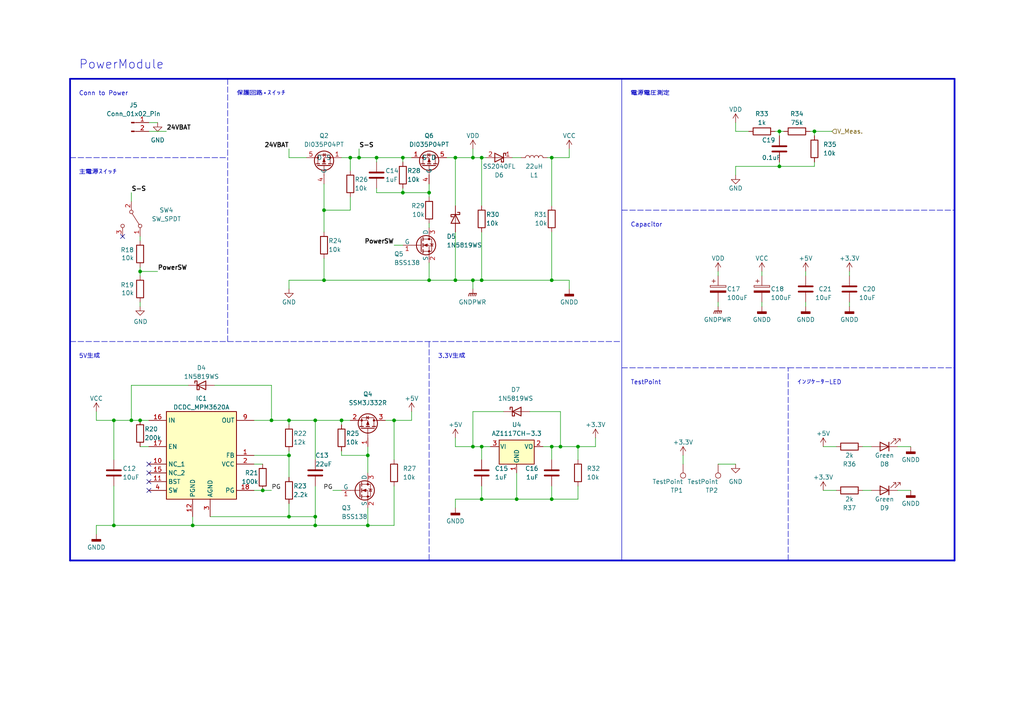
<source format=kicad_sch>
(kicad_sch (version 20230121) (generator eeschema)
  (paper "A4")
  (lib_symbols
    (symbol "AON6411_1"
      (property "Reference" "Q" (at 5.08 1.905 0))
      (property "Value" "AON6411" (at 5.08 0 0))
      (symbol "AON6411_1_0_1"
        (polyline (pts (xy 0.254 0) (xy -2.54 0)))
        (polyline (pts (xy 0.254 1.905) (xy 0.254 -1.905)) (stroke (width 0.254)))
        (polyline (pts (xy 0.762 -1.27) (xy 0.762 -2.286)) (stroke (width 0.254)))
        (polyline (pts (xy 0.762 0.508) (xy 0.762 -0.508)) (stroke (width 0.254)))
        (polyline (pts (xy 0.762 2.286) (xy 0.762 1.27)) (stroke (width 0.254)))
        (polyline (pts (xy 2.54 2.54) (xy 2.54 1.778)))
        (polyline (pts (xy 2.54 -2.54) (xy 2.54 0) (xy 0.762 0)))
        (polyline (pts (xy 0.762 1.778) (xy 3.302 1.778) (xy 3.302 -1.778) (xy 0.762 -1.778)))
        (polyline (pts (xy 2.286 0) (xy 1.27 0.381) (xy 1.27 -0.381) (xy 2.286 0)) (fill (type outline)))
        (polyline (pts (xy 2.794 -0.508) (xy 2.921 -0.381) (xy 3.683 -0.381) (xy 3.81 -0.254)))
        (polyline (pts (xy 3.302 -0.381) (xy 2.921 0.254) (xy 3.683 0.254) (xy 3.302 -0.381)))
        (circle (center 1.651 0) (radius 2.794) (stroke (width 0.254)))
        (circle (center 2.54 -1.778) (radius 0.254) (fill (type outline)))
        (circle (center 2.54 1.778) (radius 0.254) (fill (type outline)))
      )
      (symbol "AON6411_1_1_1"
        (pin passive line (at 2.54 -5.08 90) (length 2.54) (name "S") (number "1"))
        (pin passive line (at 2.54 -5.08 90) (length 2.54) hide (name "S") (number "2"))
        (pin passive line (at 2.54 -5.08 90) (length 2.54) hide (name "S") (number "3"))
        (pin input line (at -5.08 0 0) (length 2.54) (name "G") (number "4"))
        (pin passive line (at 2.54 5.08 270) (length 2.54) (name "D") (number "5"))
      )
    )
    (symbol "Connector:Conn_01x02_Pin" (pin_names (offset 1.016) hide)
      (property "Reference" "J" (at 0 2.54 0))
      (property "Value" "Conn_01x02_Pin" (at 0 -5.08 0))
      (symbol "Conn_01x02_Pin_1_1"
        (polyline (pts (xy 1.27 -2.54) (xy 0.8636 -2.54)) (stroke (width 0.1524)))
        (polyline (pts (xy 1.27 0) (xy 0.8636 0)) (stroke (width 0.1524)))
        (rectangle (start 0.8636 -2.413) (end 0 -2.667) (stroke (width 0.1524)) (fill (type outline)))
        (rectangle (start 0.8636 0.127) (end 0 -0.127) (stroke (width 0.1524)) (fill (type outline)))
        (pin passive line (at 5.08 0 180) (length 3.81) (name "Pin_1") (number "1"))
        (pin passive line (at 5.08 -2.54 180) (length 3.81) (name "Pin_2") (number "2"))
      )
    )
    (symbol "Connector:TestPoint" (pin_numbers hide) (pin_names (offset 0.762) hide)
      (property "Reference" "TP" (at 0 6.858 0))
      (property "Value" "TestPoint" (at 0 5.08 0))
      (symbol "TestPoint_0_1"
        (circle (center 0 3.302) (radius 0.762))
      )
      (symbol "TestPoint_1_1"
        (pin passive line (at 0 0 90) (length 2.54) (name "1") (number "1"))
      )
    )
    (symbol "D_Schottky_3" (pin_numbers hide) (pin_names (offset 1.016) hide)
      (property "Reference" "D" (at 0 2.54 0))
      (property "Value" "D_Schottky_3" (at 0 -2.54 0))
      (symbol "D_Schottky_3_0_1"
        (polyline (pts (xy 1.27 0) (xy -1.27 0)))
        (polyline (pts (xy 1.27 1.27) (xy 1.27 -1.27) (xy -1.27 0) (xy 1.27 1.27)) (stroke (width 0.254)))
        (polyline (pts (xy -1.905 0.635) (xy -1.905 1.27) (xy -1.27 1.27) (xy -1.27 -1.27) (xy -0.635 -1.27) (xy -0.635 -0.635)) (stroke (width 0.254)))
      )
      (symbol "D_Schottky_3_1_1"
        (pin passive line (at -3.81 0 0) (length 2.54) (name "K") (number "1"))
        (pin passive line (at 3.81 0 180) (length 2.54) (name "A") (number "2"))
      )
    )
    (symbol "Device:C" (pin_numbers hide) (pin_names (offset 0.254))
      (property "Reference" "C" (at 0.635 2.54 0))
      (property "Value" "C" (at 0.635 -2.54 0))
      (symbol "C_0_1"
        (polyline (pts (xy -2.032 -0.762) (xy 2.032 -0.762)) (stroke (width 0.508)))
        (polyline (pts (xy -2.032 0.762) (xy 2.032 0.762)) (stroke (width 0.508)))
      )
      (symbol "C_1_1"
        (pin passive line (at 0 3.81 270) (length 2.794) (name "~") (number "1"))
        (pin passive line (at 0 -3.81 90) (length 2.794) (name "~") (number "2"))
      )
    )
    (symbol "Device:C_Polarized" (pin_numbers hide) (pin_names (offset 0.254))
      (property "Reference" "C" (at 0.635 2.54 0))
      (property "Value" "C_Polarized" (at 0.635 -2.54 0))
      (symbol "C_Polarized_0_1"
        (rectangle (start -2.286 0.508) (end 2.286 1.016))
        (polyline (pts (xy -1.778 2.286) (xy -0.762 2.286)))
        (polyline (pts (xy -1.27 2.794) (xy -1.27 1.778)))
        (rectangle (start 2.286 -0.508) (end -2.286 -1.016) (fill (type outline)))
      )
      (symbol "C_Polarized_1_1"
        (pin passive line (at 0 3.81 270) (length 2.794) (name "~") (number "1"))
        (pin passive line (at 0 -3.81 90) (length 2.794) (name "~") (number "2"))
      )
    )
    (symbol "Device:D_Schottky" (pin_names (offset 1.016) hide)
      (property "Reference" "D" (at 0 2.54 0))
      (property "Value" "D_Schottky" (at 0 -2.54 0))
      (symbol "D_Schottky_0_1"
        (polyline (pts (xy 1.27 0) (xy -1.27 0)))
        (polyline (pts (xy 1.27 1.27) (xy 1.27 -1.27) (xy -1.27 0) (xy 1.27 1.27)) (stroke (width 0.254)))
        (polyline (pts (xy -1.905 0.635) (xy -1.905 1.27) (xy -1.27 1.27) (xy -1.27 -1.27) (xy -0.635 -1.27) (xy -0.635 -0.635)) (stroke (width 0.254)))
      )
      (symbol "D_Schottky_1_1"
        (pin passive line (at -3.81 0 0) (length 2.54) (name "K") (number "1"))
        (pin passive line (at 3.81 0 180) (length 2.54) (name "A") (number "2"))
      )
    )
    (symbol "Device:L" (pin_numbers hide) (pin_names (offset 1.016) hide)
      (property "Reference" "L" (at -1.27 0 90))
      (property "Value" "L" (at 1.905 0 90))
      (symbol "L_0_1"
        (arc (start 0 -2.54) (mid 0.6323 -1.905) (end 0 -1.27))
        (arc (start 0 -1.27) (mid 0.6323 -0.635) (end 0 0))
        (arc (start 0 0) (mid 0.6323 0.635) (end 0 1.27))
        (arc (start 0 1.27) (mid 0.6323 1.905) (end 0 2.54))
      )
      (symbol "L_1_1"
        (pin passive line (at 0 3.81 270) (length 1.27) (name "1") (number "1"))
        (pin passive line (at 0 -3.81 90) (length 1.27) (name "2") (number "2"))
      )
    )
    (symbol "Device:LED" (pin_numbers hide) (pin_names (offset 1.016) hide)
      (property "Reference" "D" (at 0 2.54 0))
      (property "Value" "LED" (at 0 -2.54 0))
      (symbol "LED_0_1"
        (polyline (pts (xy -1.27 -1.27) (xy -1.27 1.27)) (stroke (width 0.254)))
        (polyline (pts (xy -1.27 0) (xy 1.27 0)))
        (polyline (pts (xy 1.27 -1.27) (xy 1.27 1.27) (xy -1.27 0) (xy 1.27 -1.27)) (stroke (width 0.254)))
        (polyline (pts (xy -3.048 -0.762) (xy -4.572 -2.286) (xy -3.81 -2.286) (xy -4.572 -2.286) (xy -4.572 -1.524)))
        (polyline (pts (xy -1.778 -0.762) (xy -3.302 -2.286) (xy -2.54 -2.286) (xy -3.302 -2.286) (xy -3.302 -1.524)))
      )
      (symbol "LED_1_1"
        (pin passive line (at -3.81 0 0) (length 2.54) (name "K") (number "1"))
        (pin passive line (at 3.81 0 180) (length 2.54) (name "A") (number "2"))
      )
    )
    (symbol "Device:Q_PMOS_GSD" (pin_names (offset 0) hide)
      (property "Reference" "Q" (at 5.08 1.27 0))
      (property "Value" "Q_PMOS_GSD" (at 5.08 -1.27 0))
      (symbol "Q_PMOS_GSD_0_1"
        (polyline (pts (xy 0.254 0) (xy -2.54 0)))
        (polyline (pts (xy 0.254 1.905) (xy 0.254 -1.905)) (stroke (width 0.254)))
        (polyline (pts (xy 0.762 -1.27) (xy 0.762 -2.286)) (stroke (width 0.254)))
        (polyline (pts (xy 0.762 0.508) (xy 0.762 -0.508)) (stroke (width 0.254)))
        (polyline (pts (xy 0.762 2.286) (xy 0.762 1.27)) (stroke (width 0.254)))
        (polyline (pts (xy 2.54 2.54) (xy 2.54 1.778)))
        (polyline (pts (xy 2.54 -2.54) (xy 2.54 0) (xy 0.762 0)))
        (polyline (pts (xy 0.762 1.778) (xy 3.302 1.778) (xy 3.302 -1.778) (xy 0.762 -1.778)))
        (polyline (pts (xy 2.286 0) (xy 1.27 0.381) (xy 1.27 -0.381) (xy 2.286 0)) (fill (type outline)))
        (polyline (pts (xy 2.794 -0.508) (xy 2.921 -0.381) (xy 3.683 -0.381) (xy 3.81 -0.254)))
        (polyline (pts (xy 3.302 -0.381) (xy 2.921 0.254) (xy 3.683 0.254) (xy 3.302 -0.381)))
        (circle (center 1.651 0) (radius 2.794) (stroke (width 0.254)))
        (circle (center 2.54 -1.778) (radius 0.254) (fill (type outline)))
        (circle (center 2.54 1.778) (radius 0.254) (fill (type outline)))
      )
      (symbol "Q_PMOS_GSD_1_1"
        (pin input line (at -5.08 0 0) (length 2.54) (name "G") (number "1"))
        (pin passive line (at 2.54 -5.08 90) (length 2.54) (name "S") (number "2"))
        (pin passive line (at 2.54 5.08 270) (length 2.54) (name "D") (number "3"))
      )
    )
    (symbol "Device:R" (pin_numbers hide) (pin_names (offset 0))
      (property "Reference" "R" (at 2.032 0 90))
      (property "Value" "R" (at 0 0 90))
      (symbol "R_0_1"
        (rectangle (start -1.016 -2.54) (end 1.016 2.54) (stroke (width 0.254)))
      )
      (symbol "R_1_1"
        (pin passive line (at 0 3.81 270) (length 1.27) (name "~") (number "1"))
        (pin passive line (at 0 -3.81 90) (length 1.27) (name "~") (number "2"))
      )
    )
    (symbol "MyLibrary:DCDC_MPM3620A"
      (property "Reference" "IC" (at 6.35 5.08 0))
      (property "Value" "DCDC_MPM3620A" (at 6.35 2.54 0))
      (symbol "DCDC_MPM3620A_1_1"
        (rectangle (start 5.08 0) (end 25.4 -25.4) (stroke (width 0.254)) (fill (type background)))
        (pin passive line (at 30.48 -12.7 180) (length 5.08) (name "FB") (number "1"))
        (pin passive line (at 0 -15.24 0) (length 5.08) (name "NC_1") (number "10"))
        (pin passive line (at 0 -20.32 0) (length 5.08) (name "BST") (number "11"))
        (pin passive line (at 12.7 -30.48 90) (length 5.08) (name "PGND") (number "12"))
        (pin passive line (at 12.7 -30.48 90) (length 5.08) hide (name "PGND_2") (number "13"))
        (pin passive line (at 12.7 -30.48 90) (length 5.08) hide (name "PGND_3") (number "14"))
        (pin passive line (at 0 -17.78 0) (length 5.08) (name "NC_2") (number "15"))
        (pin passive line (at 0 -2.54 0) (length 5.08) (name "IN") (number "16"))
        (pin passive line (at 0 -10.16 0) (length 5.08) (name "EN") (number "17"))
        (pin passive line (at 30.48 -22.86 180) (length 5.08) (name "PG") (number "18"))
        (pin passive line (at 30.48 -15.24 180) (length 5.08) (name "VCC") (number "2"))
        (pin passive line (at 17.78 -30.48 90) (length 5.08) (name "AGND") (number "3"))
        (pin passive line (at 0 -22.86 0) (length 5.08) (name "SW") (number "4"))
        (pin passive line (at 30.48 -2.54 180) (length 5.08) (name "OUT") (number "9"))
      )
    )
    (symbol "Q_NMOS_GSD_1" (pin_names (offset 0))
      (property "Reference" "Q" (at 5.08 1.27 0))
      (property "Value" "Q_NMOS_GSD_1" (at 5.08 -1.27 0))
      (symbol "Q_NMOS_GSD_1_0_1"
        (polyline (pts (xy 0.254 0) (xy -2.54 0)))
        (polyline (pts (xy 0.254 1.905) (xy 0.254 -1.905)) (stroke (width 0.254)))
        (polyline (pts (xy 0.762 -1.27) (xy 0.762 -2.286)) (stroke (width 0.254)))
        (polyline (pts (xy 0.762 0.508) (xy 0.762 -0.508)) (stroke (width 0.254)))
        (polyline (pts (xy 0.762 2.286) (xy 0.762 1.27)) (stroke (width 0.254)))
        (polyline (pts (xy 2.54 2.54) (xy 2.54 1.778)))
        (polyline (pts (xy 2.54 -2.54) (xy 2.54 0) (xy 0.762 0)))
        (polyline (pts (xy 0.762 -1.778) (xy 3.302 -1.778) (xy 3.302 1.778) (xy 0.762 1.778)))
        (polyline (pts (xy 1.016 0) (xy 2.032 0.381) (xy 2.032 -0.381) (xy 1.016 0)) (fill (type outline)))
        (polyline (pts (xy 2.794 0.508) (xy 2.921 0.381) (xy 3.683 0.381) (xy 3.81 0.254)))
        (polyline (pts (xy 3.302 0.381) (xy 2.921 -0.254) (xy 3.683 -0.254) (xy 3.302 0.381)))
        (circle (center 1.651 0) (radius 2.794) (stroke (width 0.254)))
        (circle (center 2.54 -1.778) (radius 0.254) (fill (type outline)))
        (circle (center 2.54 1.778) (radius 0.254) (fill (type outline)))
      )
      (symbol "Q_NMOS_GSD_1_1_1"
        (pin input line (at -5.08 0 0) (length 2.54) (name "G") (number "1"))
        (pin passive line (at 2.54 -5.08 90) (length 2.54) (name "S") (number "2"))
        (pin passive line (at 2.54 5.08 270) (length 2.54) (name "D") (number "3"))
      )
    )
    (symbol "Regulator_Linear:AMS1117CD-3.3" (pin_names (offset 0.254))
      (property "Reference" "U" (at -3.81 3.175 0))
      (property "Value" "AMS1117CD-3.3" (at 0 3.175 0))
      (symbol "AMS1117CD-3.3_0_1"
        (rectangle (start -5.08 -5.08) (end 5.08 1.905) (stroke (width 0.254)) (fill (type background)))
      )
      (symbol "AMS1117CD-3.3_1_1"
        (pin power_in line (at 0 -7.62 90) (length 2.54) (name "GND") (number "1"))
        (pin power_out line (at 7.62 0 180) (length 2.54) (name "VO") (number "2"))
        (pin power_in line (at -7.62 0 0) (length 2.54) (name "VI") (number "3"))
      )
    )
    (symbol "Switch:SW_SPDT" (pin_names (offset 0) hide)
      (property "Reference" "SW" (at 0 4.318 0))
      (property "Value" "SW_SPDT" (at 0 -5.08 0))
      (symbol "SW_SPDT_0_0"
        (circle (center -2.032 0) (radius 0.508))
        (circle (center 2.032 -2.54) (radius 0.508))
      )
      (symbol "SW_SPDT_0_1"
        (polyline (pts (xy -1.524 0.254) (xy 1.651 2.286)))
        (circle (center 2.032 2.54) (radius 0.508))
      )
      (symbol "SW_SPDT_1_1"
        (pin passive line (at 5.08 2.54 180) (length 2.54) (name "A") (number "1"))
        (pin passive line (at -5.08 0 0) (length 2.54) (name "B") (number "2"))
        (pin passive line (at 5.08 -2.54 180) (length 2.54) (name "C") (number "3"))
      )
    )
    (symbol "Transistor_FET:AON6411"
      (property "Reference" "Q" (at 5.08 1.905 0))
      (property "Value" "AON6411" (at 5.08 0 0))
      (symbol "AON6411_0_1"
        (polyline (pts (xy 0.254 0) (xy -2.54 0)))
        (polyline (pts (xy 0.254 1.905) (xy 0.254 -1.905)) (stroke (width 0.254)))
        (polyline (pts (xy 0.762 -1.27) (xy 0.762 -2.286)) (stroke (width 0.254)))
        (polyline (pts (xy 0.762 0.508) (xy 0.762 -0.508)) (stroke (width 0.254)))
        (polyline (pts (xy 0.762 2.286) (xy 0.762 1.27)) (stroke (width 0.254)))
        (polyline (pts (xy 2.54 2.54) (xy 2.54 1.778)))
        (polyline (pts (xy 2.54 -2.54) (xy 2.54 0) (xy 0.762 0)))
        (polyline (pts (xy 0.762 1.778) (xy 3.302 1.778) (xy 3.302 -1.778) (xy 0.762 -1.778)))
        (polyline (pts (xy 2.286 0) (xy 1.27 0.381) (xy 1.27 -0.381) (xy 2.286 0)) (fill (type outline)))
        (polyline (pts (xy 2.794 -0.508) (xy 2.921 -0.381) (xy 3.683 -0.381) (xy 3.81 -0.254)))
        (polyline (pts (xy 3.302 -0.381) (xy 2.921 0.254) (xy 3.683 0.254) (xy 3.302 -0.381)))
        (circle (center 1.651 0) (radius 2.794) (stroke (width 0.254)))
        (circle (center 2.54 -1.778) (radius 0.254) (fill (type outline)))
        (circle (center 2.54 1.778) (radius 0.254) (fill (type outline)))
      )
      (symbol "AON6411_1_1"
        (pin passive line (at 2.54 -5.08 90) (length 2.54) (name "S") (number "1"))
        (pin passive line (at 2.54 -5.08 90) (length 2.54) hide (name "S") (number "2"))
        (pin passive line (at 2.54 -5.08 90) (length 2.54) hide (name "S") (number "3"))
        (pin input line (at -5.08 0 0) (length 2.54) (name "G") (number "4"))
        (pin passive line (at 2.54 5.08 270) (length 2.54) (name "D") (number "5"))
      )
    )
    (symbol "power:+3.3V" (power) (pin_names (offset 0))
      (property "Value" "+3.3V" (at 0 3.556 0))
      (symbol "+3.3V_0_1"
        (polyline (pts (xy -0.762 1.27) (xy 0 2.54)))
        (polyline (pts (xy 0 0) (xy 0 2.54)))
        (polyline (pts (xy 0 2.54) (xy 0.762 1.27)))
      )
      (symbol "+3.3V_1_1"
        (pin power_in line (at 0 0 90) (length 0) hide (name "+3.3V") (number "1"))
      )
    )
    (symbol "power:+5V" (power) (pin_names (offset 0))
      (property "Value" "+5V" (at 0 3.556 0))
      (symbol "+5V_0_1"
        (polyline (pts (xy -0.762 1.27) (xy 0 2.54)))
        (polyline (pts (xy 0 0) (xy 0 2.54)))
        (polyline (pts (xy 0 2.54) (xy 0.762 1.27)))
      )
      (symbol "+5V_1_1"
        (pin power_in line (at 0 0 90) (length 0) hide (name "+5V") (number "1"))
      )
    )
    (symbol "power:GND" (power) (pin_names (offset 0))
      (property "Value" "GND" (at 0 -3.81 0))
      (symbol "GND_0_1"
        (polyline (pts (xy 0 0) (xy 0 -1.27) (xy 1.27 -1.27) (xy 0 -2.54) (xy -1.27 -1.27) (xy 0 -1.27)))
      )
      (symbol "GND_1_1"
        (pin power_in line (at 0 0 270) (length 0) hide (name "GND") (number "1"))
      )
    )
    (symbol "power:GNDD" (power) (pin_names (offset 0))
      (property "Value" "GNDD" (at 0 -3.175 0))
      (symbol "GNDD_0_1"
        (rectangle (start -1.27 -1.524) (end 1.27 -2.032) (stroke (width 0.254)) (fill (type outline)))
        (polyline (pts (xy 0 0) (xy 0 -1.524)))
      )
      (symbol "GNDD_1_1"
        (pin power_in line (at 0 0 270) (length 0) hide (name "GNDD") (number "1"))
      )
    )
    (symbol "power:GNDPWR" (power) (pin_names (offset 0))
      (property "Value" "GNDPWR" (at 0 -3.302 0))
      (symbol "GNDPWR_0_1"
        (polyline (pts (xy 0 -1.27) (xy 0 0)))
        (polyline (pts (xy -1.016 -1.27) (xy -1.27 -2.032) (xy -1.27 -2.032)) (stroke (width 0.2032)))
        (polyline (pts (xy -0.508 -1.27) (xy -0.762 -2.032) (xy -0.762 -2.032)) (stroke (width 0.2032)))
        (polyline (pts (xy 0 -1.27) (xy -0.254 -2.032) (xy -0.254 -2.032)) (stroke (width 0.2032)))
        (polyline (pts (xy 0.508 -1.27) (xy 0.254 -2.032) (xy 0.254 -2.032)) (stroke (width 0.2032)))
        (polyline (pts (xy 1.016 -1.27) (xy -1.016 -1.27) (xy -1.016 -1.27)) (stroke (width 0.2032)))
        (polyline (pts (xy 1.016 -1.27) (xy 0.762 -2.032) (xy 0.762 -2.032) (xy 0.762 -2.032)) (stroke (width 0.2032)))
      )
      (symbol "GNDPWR_1_1"
        (pin power_in line (at 0 0 270) (length 0) hide (name "GNDPWR") (number "1"))
      )
    )
    (symbol "power:VCC" (power) (pin_names (offset 0))
      (property "Value" "VCC" (at 0 3.81 0))
      (symbol "VCC_0_1"
        (polyline (pts (xy -0.762 1.27) (xy 0 2.54)))
        (polyline (pts (xy 0 0) (xy 0 2.54)))
        (polyline (pts (xy 0 2.54) (xy 0.762 1.27)))
      )
      (symbol "VCC_1_1"
        (pin power_in line (at 0 0 90) (length 0) hide (name "VCC") (number "1"))
      )
    )
    (symbol "power:VDD" (power) (pin_names (offset 0))
      (property "Value" "VDD" (at 0 3.81 0))
      (symbol "VDD_0_1"
        (polyline (pts (xy -0.762 1.27) (xy 0 2.54)))
        (polyline (pts (xy 0 0) (xy 0 2.54)))
        (polyline (pts (xy 0 2.54) (xy 0.762 1.27)))
      )
      (symbol "VDD_1_1"
        (pin power_in line (at 0 0 90) (length 0) hide (name "VDD") (number "1"))
      )
    )
  )
  (junction (at 91.44 149.86))
  (junction (at 91.44 152.4))
  (junction (at 109.22 45.72))
  (junction (at 167.64 129.54))
  (junction (at 104.14 45.72))
  (junction (at 124.46 55.88))
  (junction (at 93.98 60.96))
  (junction (at 139.7 129.54))
  (junction (at 139.7 45.72))
  (junction (at 76.2 142.24))
  (junction (at 91.44 121.92))
  (junction (at 33.02 121.92))
  (junction (at 106.68 132.08))
  (junction (at 83.82 149.86))
  (junction (at 106.68 152.4))
  (junction (at 40.64 78.74))
  (junction (at 149.86 144.78))
  (junction (at 162.56 129.54))
  (junction (at 33.02 152.4))
  (junction (at 160.02 45.72))
  (junction (at 137.16 129.54))
  (junction (at 160.02 144.78))
  (junction (at 132.08 81.28))
  (junction (at 226.06 38.1))
  (junction (at 83.82 132.08))
  (junction (at 236.22 38.1))
  (junction (at 101.6 45.72))
  (junction (at 124.46 81.28))
  (junction (at 226.06 48.26))
  (junction (at 116.84 45.72))
  (junction (at 114.3 121.92))
  (junction (at 116.84 55.88))
  (junction (at 132.08 45.72))
  (junction (at 55.88 152.4))
  (junction (at 40.64 121.92))
  (junction (at 160.02 81.28))
  (junction (at 139.7 144.78))
  (junction (at 137.16 81.28))
  (junction (at 93.98 81.28))
  (junction (at 160.02 129.54))
  (junction (at 99.06 121.92))
  (junction (at 38.1 121.92))
  (junction (at 139.7 81.28))
  (junction (at 83.82 121.92))
  (junction (at 137.16 45.72))
  (junction (at 78.74 121.92))
  (no_connect (at 43.18 142.24))
  (no_connect (at 43.18 139.7))
  (no_connect (at 43.18 134.62))
  (no_connect (at 43.18 137.16))
  (no_connect (at 35.56 68.58))
  (wire (pts (xy 27.94 152.4) (xy 27.94 154.94)))
  (wire (pts (xy 250.19 129.54) (xy 252.73 129.54)))
  (wire (pts (xy 162.56 129.54) (xy 167.64 129.54)))
  (wire (pts (xy 93.98 53.34) (xy 93.98 60.96)))
  (wire (pts (xy 83.82 43.18) (xy 83.82 45.72)))
  (wire (pts (xy 38.1 111.76) (xy 38.1 121.92)))
  (wire (pts (xy 137.16 119.38) (xy 146.05 119.38)))
  (wire (pts (xy 99.06 132.08) (xy 106.68 132.08)))
  (wire (pts (xy 83.82 121.92) (xy 91.44 121.92)))
  (wire (pts (xy 236.22 46.99) (xy 236.22 48.26)))
  (wire (pts (xy 208.28 134.62) (xy 213.36 134.62)))
  (wire (pts (xy 114.3 140.97) (xy 114.3 152.4)))
  (wire (pts (xy 250.19 142.24) (xy 252.73 142.24)))
  (wire (pts (xy 137.16 129.54) (xy 139.7 129.54)))
  (wire (pts (xy 153.67 119.38) (xy 162.56 119.38)))
  (wire (pts (xy 139.7 129.54) (xy 142.24 129.54)))
  (wire (pts (xy 233.68 78.74) (xy 233.68 80.01)))
  (wire (pts (xy 60.96 149.86) (xy 83.82 149.86)))
  (polyline (pts (xy 20.32 162.56) (xy 20.32 22.86)) (stroke (width 0.5) (type solid)))
  (wire (pts (xy 139.7 45.72) (xy 139.7 59.69)))
  (wire (pts (xy 83.82 130.81) (xy 83.82 132.08)))
  (wire (pts (xy 91.44 121.92) (xy 91.44 133.35)))
  (wire (pts (xy 226.06 38.1) (xy 227.33 38.1)))
  (wire (pts (xy 124.46 76.2) (xy 124.46 81.28)))
  (wire (pts (xy 101.6 57.15) (xy 101.6 60.96)))
  (wire (pts (xy 109.22 55.88) (xy 116.84 55.88)))
  (wire (pts (xy 99.06 121.92) (xy 101.6 121.92)))
  (wire (pts (xy 109.22 54.61) (xy 109.22 55.88)))
  (wire (pts (xy 38.1 111.76) (xy 54.61 111.76)))
  (polyline (pts (xy 66.04 99.06) (xy 66.04 45.72)) (stroke (width 0) (type dash)))
  (wire (pts (xy 226.06 39.37) (xy 226.06 38.1)))
  (wire (pts (xy 33.02 133.35) (xy 33.02 121.92)))
  (wire (pts (xy 114.3 71.12) (xy 116.84 71.12)))
  (wire (pts (xy 27.94 121.92) (xy 33.02 121.92)))
  (wire (pts (xy 101.6 60.96) (xy 93.98 60.96)))
  (wire (pts (xy 83.82 45.72) (xy 88.9 45.72)))
  (wire (pts (xy 167.64 129.54) (xy 167.64 133.35)))
  (wire (pts (xy 124.46 55.88) (xy 124.46 57.15)))
  (wire (pts (xy 78.74 121.92) (xy 83.82 121.92)))
  (wire (pts (xy 158.75 45.72) (xy 160.02 45.72)))
  (wire (pts (xy 33.02 152.4) (xy 55.88 152.4)))
  (wire (pts (xy 33.02 140.97) (xy 33.02 152.4)))
  (wire (pts (xy 160.02 67.31) (xy 160.02 81.28)))
  (wire (pts (xy 132.08 45.72) (xy 137.16 45.72)))
  (wire (pts (xy 160.02 144.78) (xy 167.64 144.78)))
  (polyline (pts (xy 180.34 106.68) (xy 228.6 106.68)) (stroke (width 0) (type dash)))
  (wire (pts (xy 129.54 45.72) (xy 132.08 45.72)))
  (wire (pts (xy 124.46 53.34) (xy 124.46 55.88)))
  (wire (pts (xy 40.64 87.63) (xy 40.64 88.9)))
  (wire (pts (xy 99.06 130.81) (xy 99.06 132.08)))
  (wire (pts (xy 83.82 121.92) (xy 83.82 123.19)))
  (wire (pts (xy 213.36 38.1) (xy 217.17 38.1)))
  (wire (pts (xy 139.7 67.31) (xy 139.7 81.28)))
  (wire (pts (xy 78.74 111.76) (xy 78.74 121.92)))
  (polyline (pts (xy 180.34 60.96) (xy 276.86 60.96)) (stroke (width 0) (type dash)))
  (polyline (pts (xy 228.6 162.56) (xy 228.6 106.68)) (stroke (width 0) (type dash)))
  (wire (pts (xy 157.48 129.54) (xy 160.02 129.54)))
  (wire (pts (xy 40.64 121.92) (xy 43.18 121.92)))
  (wire (pts (xy 132.08 81.28) (xy 137.16 81.28)))
  (wire (pts (xy 139.7 45.72) (xy 137.16 45.72)))
  (wire (pts (xy 149.86 144.78) (xy 160.02 144.78)))
  (polyline (pts (xy 124.46 99.06) (xy 124.46 162.56)) (stroke (width 0) (type dash)))
  (wire (pts (xy 73.66 134.62) (xy 76.2 134.62)))
  (wire (pts (xy 160.02 129.54) (xy 162.56 129.54)))
  (wire (pts (xy 76.2 142.24) (xy 78.74 142.24)))
  (wire (pts (xy 149.86 137.16) (xy 149.86 144.78)))
  (polyline (pts (xy 20.32 22.86) (xy 276.86 22.86)) (stroke (width 0.5) (type solid)))
  (wire (pts (xy 45.72 78.74) (xy 40.64 78.74)))
  (wire (pts (xy 132.08 67.31) (xy 132.08 81.28)))
  (wire (pts (xy 93.98 74.93) (xy 93.98 81.28)))
  (wire (pts (xy 238.76 142.24) (xy 242.57 142.24)))
  (wire (pts (xy 160.02 140.97) (xy 160.02 144.78)))
  (wire (pts (xy 114.3 121.92) (xy 114.3 133.35)))
  (wire (pts (xy 162.56 119.38) (xy 162.56 129.54)))
  (polyline (pts (xy 276.86 22.86) (xy 276.86 162.56)) (stroke (width 0.5) (type solid)))
  (wire (pts (xy 38.1 121.92) (xy 40.64 121.92)))
  (wire (pts (xy 83.82 132.08) (xy 83.82 138.43)))
  (wire (pts (xy 132.08 45.72) (xy 132.08 59.69)))
  (wire (pts (xy 132.08 144.78) (xy 139.7 144.78)))
  (wire (pts (xy 96.52 142.24) (xy 99.06 142.24)))
  (wire (pts (xy 101.6 45.72) (xy 101.6 49.53)))
  (wire (pts (xy 139.7 45.72) (xy 140.97 45.72)))
  (wire (pts (xy 213.36 48.26) (xy 226.06 48.26)))
  (wire (pts (xy 260.35 142.24) (xy 264.16 142.24)))
  (wire (pts (xy 246.38 87.63) (xy 246.38 88.9)))
  (wire (pts (xy 91.44 149.86) (xy 91.44 140.97)))
  (wire (pts (xy 116.84 45.72) (xy 119.38 45.72)))
  (wire (pts (xy 40.64 68.58) (xy 40.64 69.85)))
  (polyline (pts (xy 66.04 22.86) (xy 66.04 45.72)) (stroke (width 0) (type dash)))
  (wire (pts (xy 55.88 152.4) (xy 91.44 152.4)))
  (wire (pts (xy 109.22 45.72) (xy 116.84 45.72)))
  (wire (pts (xy 139.7 140.97) (xy 139.7 144.78)))
  (wire (pts (xy 106.68 132.08) (xy 106.68 137.16)))
  (wire (pts (xy 99.06 121.92) (xy 99.06 123.19)))
  (wire (pts (xy 160.02 45.72) (xy 165.1 45.72)))
  (wire (pts (xy 220.98 78.74) (xy 220.98 80.01)))
  (wire (pts (xy 226.06 38.1) (xy 224.79 38.1)))
  (wire (pts (xy 106.68 129.54) (xy 106.68 132.08)))
  (wire (pts (xy 226.06 46.99) (xy 226.06 48.26)))
  (wire (pts (xy 40.64 129.54) (xy 43.18 129.54)))
  (wire (pts (xy 104.14 43.18) (xy 104.14 45.72)))
  (wire (pts (xy 55.88 149.86) (xy 55.88 152.4)))
  (wire (pts (xy 91.44 149.86) (xy 91.44 152.4)))
  (wire (pts (xy 104.14 45.72) (xy 109.22 45.72)))
  (wire (pts (xy 114.3 121.92) (xy 119.38 121.92)))
  (wire (pts (xy 236.22 38.1) (xy 241.3 38.1)))
  (wire (pts (xy 93.98 81.28) (xy 83.82 81.28)))
  (wire (pts (xy 116.84 55.88) (xy 124.46 55.88)))
  (wire (pts (xy 124.46 64.77) (xy 124.46 66.04)))
  (wire (pts (xy 226.06 48.26) (xy 236.22 48.26)))
  (wire (pts (xy 116.84 54.61) (xy 116.84 55.88)))
  (wire (pts (xy 93.98 60.96) (xy 93.98 67.31)))
  (wire (pts (xy 139.7 144.78) (xy 149.86 144.78)))
  (wire (pts (xy 165.1 81.28) (xy 165.1 83.82)))
  (wire (pts (xy 172.72 127) (xy 172.72 129.54)))
  (wire (pts (xy 148.59 45.72) (xy 151.13 45.72)))
  (wire (pts (xy 137.16 83.82) (xy 137.16 81.28)))
  (wire (pts (xy 83.82 146.05) (xy 83.82 149.86)))
  (wire (pts (xy 137.16 81.28) (xy 139.7 81.28)))
  (wire (pts (xy 124.46 81.28) (xy 132.08 81.28)))
  (wire (pts (xy 208.28 78.74) (xy 208.28 80.01)))
  (wire (pts (xy 83.82 81.28) (xy 83.82 83.82)))
  (wire (pts (xy 62.23 111.76) (xy 78.74 111.76)))
  (wire (pts (xy 106.68 147.32) (xy 106.68 152.4)))
  (wire (pts (xy 139.7 81.28) (xy 160.02 81.28)))
  (wire (pts (xy 132.08 144.78) (xy 132.08 147.32)))
  (wire (pts (xy 160.02 129.54) (xy 160.02 133.35)))
  (polyline (pts (xy 20.32 99.06) (xy 180.34 99.06)) (stroke (width 0) (type dash)))
  (wire (pts (xy 213.36 35.56) (xy 213.36 38.1)))
  (wire (pts (xy 27.94 152.4) (xy 33.02 152.4)))
  (wire (pts (xy 260.35 129.54) (xy 264.16 129.54)))
  (wire (pts (xy 234.95 38.1) (xy 236.22 38.1)))
  (wire (pts (xy 137.16 119.38) (xy 137.16 129.54)))
  (wire (pts (xy 139.7 129.54) (xy 139.7 133.35)))
  (wire (pts (xy 93.98 81.28) (xy 124.46 81.28)))
  (wire (pts (xy 198.12 132.08) (xy 198.12 134.62)))
  (wire (pts (xy 73.66 132.08) (xy 83.82 132.08)))
  (wire (pts (xy 114.3 152.4) (xy 106.68 152.4)))
  (wire (pts (xy 167.64 129.54) (xy 172.72 129.54)))
  (wire (pts (xy 238.76 129.54) (xy 242.57 129.54)))
  (wire (pts (xy 91.44 152.4) (xy 106.68 152.4)))
  (wire (pts (xy 246.38 78.74) (xy 246.38 80.01)))
  (wire (pts (xy 73.66 142.24) (xy 76.2 142.24)))
  (wire (pts (xy 137.16 43.18) (xy 137.16 45.72)))
  (wire (pts (xy 83.82 149.86) (xy 91.44 149.86)))
  (wire (pts (xy 220.98 87.63) (xy 220.98 88.9)))
  (wire (pts (xy 213.36 50.8) (xy 213.36 48.26)))
  (wire (pts (xy 73.66 121.92) (xy 78.74 121.92)))
  (wire (pts (xy 132.08 127) (xy 132.08 129.54)))
  (polyline (pts (xy 276.86 162.56) (xy 20.32 162.56)) (stroke (width 0.5) (type solid)))
  (wire (pts (xy 99.06 45.72) (xy 101.6 45.72)))
  (polyline (pts (xy 180.34 22.86) (xy 180.34 162.56)) (stroke (width 0) (type solid)))
  (wire (pts (xy 40.64 78.74) (xy 40.64 80.01)))
  (wire (pts (xy 116.84 45.72) (xy 116.84 46.99)))
  (wire (pts (xy 167.64 140.97) (xy 167.64 144.78)))
  (wire (pts (xy 208.28 87.63) (xy 208.28 88.9)))
  (wire (pts (xy 236.22 38.1) (xy 236.22 39.37)))
  (wire (pts (xy 233.68 87.63) (xy 233.68 88.9)))
  (wire (pts (xy 160.02 45.72) (xy 160.02 59.69)))
  (wire (pts (xy 40.64 77.47) (xy 40.64 78.74)))
  (wire (pts (xy 27.94 121.92) (xy 27.94 119.38)))
  (polyline (pts (xy 228.6 106.68) (xy 276.86 106.68)) (stroke (width 0) (type dash)))
  (wire (pts (xy 109.22 45.72) (xy 109.22 46.99)))
  (wire (pts (xy 43.18 35.56) (xy 45.72 35.56)))
  (wire (pts (xy 33.02 121.92) (xy 38.1 121.92)))
  (wire (pts (xy 165.1 81.28) (xy 160.02 81.28)))
  (wire (pts (xy 111.76 121.92) (xy 114.3 121.92)))
  (wire (pts (xy 101.6 45.72) (xy 104.14 45.72)))
  (wire (pts (xy 165.1 43.18) (xy 165.1 45.72)))
  (wire (pts (xy 119.38 119.38) (xy 119.38 121.92)))
  (polyline (pts (xy 20.32 45.72) (xy 66.04 45.72)) (stroke (width 0) (type dash)))
  (wire (pts (xy 43.18 38.1) (xy 48.26 38.1)))
  (wire (pts (xy 91.44 121.92) (xy 99.06 121.92)))
  (wire (pts (xy 38.1 55.88) (xy 38.1 58.42)))
  (wire (pts (xy 132.08 129.54) (xy 137.16 129.54)))
  (text "3.3V生成" (at 127 104.14 0) (effects (font (size 1.27 1.27)) (justify left bottom)))
  (text "主電源スイッチ" (at 22.86 50.8 0) (effects (font (size 1.27 1.27)) (justify left bottom)))
  (text "電源電圧測定" (at 182.88 27.94 0) (effects (font (size 1.27 1.27)) (justify left bottom)))
  (text "インジケーターLED" (at 231.14 111.76 0) (effects (font (size 1.27 1.27)) (justify left bottom)))
  (text "保護回路・スイッチ" (at 68.58 27.94 0) (effects (font (size 1.27 1.27)) (justify left bottom)))
  (text "Conn to Power" (at 22.86 27.94 0) (effects (font (size 1.27 1.27)) (justify left bottom)))
  (text "PowerModule" (at 22.86 20.32 0) (effects (font (size 2.54 2.54)) (justify left bottom)))
  (text "5V生成" (at 22.86 104.14 0) (effects (font (size 1.27 1.27)) (justify left bottom)))
  (text "Capacitor" (at 182.88 66.04 0) (effects (font (size 1.27 1.27)) (justify left bottom)))
  (text "TestPoint" (at 182.88 111.76 0) (effects (font (size 1.27 1.27)) (justify left bottom)))
  (label "S-S" (at 104.14 43.18 0) (effects (font (thickness 0.254) bold)))
  (label "24VBAT" (at 48.26 38.1 0) (effects (font (thickness 0.254) bold)))
  (label "S-S" (at 38.1 55.88 0) (effects (font (thickness 0.254) bold)))
  (label "PG" (at 96.52 142.24 180))
  (label "24VBAT" (at 83.82 43.18 180) (effects (font (thickness 0.254) bold)))
  (label "PowerSW" (at 114.3 71.12 180) (effects (font (thickness 0.254) bold)))
  (label "PG" (at 78.74 142.24 0))
  (label "PowerSW" (at 45.72 78.74 0) (effects (font (thickness 0.254) bold)))
  (hierarchical_label "V_Meas." (shape input) (at 241.3 38.1 0))
  (symbol (lib_id "Device:R") (at 114.3 137.16 180) (unit 1)
    (property "Reference" "R27" (at 116.84 135.8899 0) (effects (justify right)))
    (property "Value" "10k" (at 116.84 138.4299 0) (effects (justify right)))
    (property "Footprint" "Resistor_SMD:R_0402_1005Metric" (effects hide))
  )
  (symbol (lib_id "Device:C") (at 91.44 137.16 0) (unit 1)
    (property "Reference" "C13" (at 91.44 132.08 0) (effects (justify left)))
    (property "Value" "22uF" (at 91.44 134.62 0) (effects (justify left)))
    (property "Footprint" "Capacitor_SMD:C_0805_2012Metric" (effects hide))
  )
  (symbol (lib_id "power:GNDD") (at 264.16 142.24 0) (unit 1)
    (property "Reference" "#PWR056" (effects hide))
    (property "Value" "GNDD" (at 264.16 146.05 0))
  )
  (symbol (lib_id "MyLibrary:DCDC_MPM3620A") (at 43.18 119.38 0) (unit 1)
    (property "Reference" "IC1" (at 58.42 115.57 0))
    (property "Value" "DCDC_MPM3620A" (at 58.42 118.11 0))
    (property "Footprint" "MyLibrary:DCDC_MPM3620A" (effects hide))
    (property "Datasheet" "http://www.monolithicpower.com/DesktopModules/DocumentManage/API/Document/getDocument?id=3961" (effects hide))
    (property "Height" "1.6" (effects hide))
    (property "Mouser Part Number" "946-MPM3620AGQV-Z" (effects hide))
    (property "Mouser Price/Stock" "https://www.mouser.co.uk/ProductDetail/Monolithic-Power-Systems-MPS/MPM3620AGQV-Z?qs=ZNK0BnemlqGJsP1og9mZvg%3D%3D" (effects hide))
    (property "Manufacturer_Name" "Monolithic Power Systems (MPS)" (effects hide))
    (property "Manufacturer_Part_Number" "MPM3620AGQV-Z" (effects hide))
  )
  (symbol (lib_id "Connector:Conn_01x02_Pin") (at 38.1 35.56 0) (unit 1)
    (property "Reference" "J5" (at 38.735 30.48 0))
    (property "Value" "Conn_01x02_Pin" (at 38.735 33.02 0))
    (property "Footprint" "Connector_Molex:Molex_SPOX_5268-02A_1x02_P2.50mm_Horizontal" (effects hide))
  )
  (symbol (lib_id "power:GND") (at 213.36 134.62 0) (unit 1)
    (property "Reference" "#PWR046" (effects hide))
    (property "Value" "GND" (at 213.36 139.7 0))
  )
  (symbol (lib_id "power:VDD") (at 137.16 43.18 0) (unit 1)
    (property "Reference" "#PWR036" (effects hide))
    (property "Value" "VDD" (at 137.16 39.37 0))
  )
  (symbol (lib_id "Device:R") (at 139.7 63.5 0) (unit 1)
    (property "Reference" "R30" (at 140.97 62.23 0) (effects (justify left)))
    (property "Value" "10k" (at 140.97 64.77 0) (effects (justify left)))
    (property "Footprint" "Resistor_SMD:R_0402_1005Metric" (effects hide))
  )
  (symbol (lib_id "power:GNDD") (at 165.1 83.82 0) (unit 1)
    (property "Reference" "#PWR039" (effects hide))
    (property "Value" "GNDD" (at 165.1 87.63 0))
  )
  (symbol (lib_name "D_Schottky_3") (lib_id "Device:D_Schottky") (at 149.86 119.38 0) (unit 1)
    (property "Reference" "D7" (at 149.5425 113.03 0))
    (property "Value" "1N5819WS" (at 149.5425 115.57 0))
    (property "Footprint" "Diode_SMD:D_SOD-323_HandSoldering" (effects hide))
  )
  (symbol (lib_id "power:GNDD") (at 233.68 88.9 0) (unit 1)
    (property "Reference" "#PWR050" (effects hide))
    (property "Value" "GNDD" (at 233.68 92.71 0))
  )
  (symbol (lib_id "power:GND") (at 83.82 83.82 0) (unit 1)
    (property "Reference" "#PWR032" (effects hide))
    (property "Value" "GND" (at 83.82 87.63 0))
  )
  (symbol (lib_id "power:+5V") (at 238.76 129.54 0) (unit 1)
    (property "Reference" "#PWR051" (effects hide))
    (property "Value" "+5V" (at 238.76 125.73 0))
  )
  (symbol (lib_id "Device:Q_PMOS_GSD") (at 106.68 124.46 270) (mirror x) (unit 1)
    (property "Reference" "Q4" (at 106.68 114.3 90))
    (property "Value" "SSM3J332R" (at 106.68 116.84 90))
    (property "Footprint" "Package_TO_SOT_SMD:SOT-23W" (effects hide))
  )
  (symbol (lib_id "Device:R") (at 220.98 38.1 90) (unit 1)
    (property "Reference" "R33" (at 220.98 33.02 90))
    (property "Value" "1k" (at 220.98 35.56 90))
    (property "Footprint" "Resistor_SMD:R_0603_1608Metric" (effects hide))
  )
  (symbol (lib_id "power:+3.3V") (at 172.72 127 0) (unit 1)
    (property "Reference" "#PWR040" (effects hide))
    (property "Value" "+3.3V" (at 172.72 123.19 0))
  )
  (symbol (lib_id "Device:C") (at 109.22 50.8 0) (unit 1)
    (property "Reference" "C14" (at 111.76 49.53 0) (effects (justify left)))
    (property "Value" "1uF" (at 111.76 52.07 0) (effects (justify left)))
    (property "Footprint" "Capacitor_SMD:C_0402_1005Metric" (effects hide))
  )
  (symbol (lib_id "Device:R") (at 116.84 50.8 0) (unit 1)
    (property "Reference" "R28" (at 118.11 49.53 0) (effects (justify left)))
    (property "Value" "10k" (at 118.11 52.07 0) (effects (justify left)))
    (property "Footprint" "Resistor_SMD:R_0402_1005Metric" (effects hide))
  )
  (symbol (lib_id "power:VCC") (at 27.94 119.38 0) (unit 1)
    (property "Reference" "#PWR028" (effects hide))
    (property "Value" "VCC" (at 27.94 115.57 0))
  )
  (symbol (lib_id "power:GNDD") (at 264.16 129.54 0) (unit 1)
    (property "Reference" "#PWR055" (effects hide))
    (property "Value" "GNDD" (at 264.16 133.35 0))
  )
  (symbol (lib_id "Device:C_Polarized") (at 220.98 83.82 0) (unit 1)
    (property "Reference" "C18" (at 223.52 83.82 0) (effects (justify left)))
    (property "Value" "100uF" (at 223.52 86.36 0) (effects (justify left)))
  )
  (symbol (lib_name "Q_NMOS_GSD_1") (lib_id "Device:Q_NMOS_GSD") (at 121.92 71.12 0) (unit 1)
    (property "Reference" "Q5" (at 114.3 73.66 0) (effects (justify left)))
    (property "Value" "BSS138" (at 114.3 76.2 0) (effects (justify left)))
    (property "Footprint" "Package_TO_SOT_SMD:SOT-23" (effects hide))
  )
  (symbol (lib_id "power:GNDD") (at 220.98 88.9 0) (unit 1)
    (property "Reference" "#PWR048" (effects hide))
    (property "Value" "GNDD" (at 220.98 92.71 0))
  )
  (symbol (lib_id "power:VCC") (at 165.1 43.18 0) (unit 1)
    (property "Reference" "#PWR038" (effects hide))
    (property "Value" "VCC" (at 165.1 39.37 0))
  )
  (symbol (lib_id "Device:C") (at 246.38 83.82 0) (mirror y) (unit 1)
    (property "Reference" "C20" (at 254 83.82 0) (effects (justify left)))
    (property "Value" "10uF" (at 254 86.36 0) (effects (justify left)))
    (property "Footprint" "Capacitor_SMD:C_0805_2012Metric" (effects hide))
  )
  (symbol (lib_name "D_Schottky_3") (lib_id "Device:D_Schottky") (at 132.08 63.5 270) (unit 1)
    (property "Reference" "D5" (at 129.54 68.58 90) (effects (justify left)))
    (property "Value" "1N5819WS" (at 129.54 71.12 90) (effects (justify left)))
    (property "Footprint" "Diode_SMD:D_SOD-323_HandSoldering" (effects hide))
  )
  (symbol (lib_id "Device:R") (at 93.98 71.12 0) (unit 1)
    (property "Reference" "R24" (at 95.25 69.85 0) (effects (justify left)))
    (property "Value" "10k" (at 95.25 72.39 0) (effects (justify left)))
    (property "Footprint" "Resistor_SMD:R_0402_1005Metric" (effects hide))
  )
  (symbol (lib_id "power:GNDD") (at 246.38 88.9 0) (unit 1)
    (property "Reference" "#PWR054" (effects hide))
    (property "Value" "GNDD" (at 246.38 92.71 0))
  )
  (symbol (lib_id "power:GND") (at 40.64 88.9 0) (unit 1)
    (property "Reference" "#PWR030" (effects hide))
    (property "Value" "GND" (at 40.767 93.2942 0))
  )
  (symbol (lib_id "power:GNDPWR") (at 137.16 83.82 0) (unit 1)
    (property "Reference" "#PWR037" (effects hide))
    (property "Value" "GNDPWR" (at 137.033 87.63 0))
  )
  (symbol (lib_id "Transistor_FET:AON6411") (at 93.98 48.26 90) (unit 1)
    (property "Reference" "Q2" (at 93.98 39.37 90))
    (property "Value" "DI035P04PT" (at 93.98 41.91 90))
    (property "Footprint" "MyLibrary:Package_TSON-Advance" (effects hide))
    (property "Datasheet" "http://www.aosmd.com/res/data_sheets/AON6411.pdf" (effects hide))
  )
  (symbol (lib_id "Device:R") (at 83.82 127 180) (unit 1)
    (property "Reference" "R22" (at 85.09 125.73 0) (effects (justify right)))
    (property "Value" "12k" (at 85.09 128.27 0) (effects (justify right)))
    (property "Footprint" "Resistor_SMD:R_0402_1005Metric" (effects hide))
  )
  (symbol (lib_id "Device:R") (at 99.06 127 0) (unit 1)
    (property "Reference" "R25" (at 100.33 125.73 0) (effects (justify left)))
    (property "Value" "10k" (at 100.33 128.27 0) (effects (justify left)))
    (property "Footprint" "Resistor_SMD:R_0402_1005Metric" (effects hide))
  )
  (symbol (lib_id "power:GNDD") (at 27.94 154.94 0) (unit 1)
    (property "Reference" "#PWR029" (effects hide))
    (property "Value" "GNDD" (at 27.94 158.75 0))
  )
  (symbol (lib_id "Device:C") (at 139.7 137.16 0) (unit 1)
    (property "Reference" "C15" (at 143.51 135.8899 0) (effects (justify left)))
    (property "Value" "1uF" (at 143.51 138.4299 0) (effects (justify left)))
    (property "Footprint" "Capacitor_SMD:C_0402_1005Metric" (effects hide))
  )
  (symbol (lib_id "power:GND") (at 45.72 35.56 0) (unit 1)
    (property "Reference" "#PWR031" (effects hide))
    (property "Value" "GND" (at 45.72 40.64 0))
  )
  (symbol (lib_id "Device:C") (at 226.06 43.18 0) (unit 1)
    (property "Reference" "C19" (at 220.98 40.64 0) (effects (justify left)))
    (property "Value" "0.1uF" (at 220.98 45.72 0) (effects (justify left)))
    (property "Footprint" "Capacitor_SMD:C_0603_1608Metric" (effects hide))
  )
  (symbol (lib_id "power:GNDD") (at 132.08 147.32 0) (unit 1)
    (property "Reference" "#PWR035" (effects hide))
    (property "Value" "GNDD" (at 132.08 151.13 0))
  )
  (symbol (lib_id "Connector:TestPoint") (at 198.12 134.62 180) (unit 1)
    (property "Reference" "TP1" (at 198.12 142.24 0) (effects (justify left)))
    (property "Value" "TestPoint" (at 198.12 139.7 0) (effects (justify left)))
    (property "Footprint" "TestPoint:TestPoint_THTPad_D2.0mm_Drill1.0mm" (effects hide))
  )
  (symbol (lib_name "AON6411_1") (lib_id "Transistor_FET:AON6411") (at 124.46 48.26 270) (mirror x) (unit 1)
    (property "Reference" "Q6" (at 124.46 39.37 90))
    (property "Value" "DI035P04PT" (at 124.46 41.91 90))
    (property "Footprint" "MyLibrary:Package_TSON-Advance" (effects hide))
    (property "Datasheet" "http://www.aosmd.com/res/data_sheets/AON6411.pdf" (effects hide))
  )
  (symbol (lib_id "power:+3.3V") (at 238.76 142.24 0) (unit 1)
    (property "Reference" "#PWR052" (effects hide))
    (property "Value" "+3.3V" (at 238.76 138.43 0))
  )
  (symbol (lib_id "Device:R") (at 83.82 142.24 180) (unit 1)
    (property "Reference" "R23" (at 85.09 140.97 0) (effects (justify right)))
    (property "Value" "2.2k" (at 85.09 143.51 0) (effects (justify right)))
    (property "Footprint" "Resistor_SMD:R_0402_1005Metric" (effects hide))
  )
  (symbol (lib_id "power:+3.3V") (at 246.38 78.74 0) (unit 1)
    (property "Reference" "#PWR053" (effects hide))
    (property "Value" "+3.3V" (at 246.38 74.93 0))
  )
  (symbol (lib_id "Connector:TestPoint") (at 208.28 134.62 180) (unit 1)
    (property "Reference" "TP2" (at 208.28 142.24 0) (effects (justify left)))
    (property "Value" "TestPoint" (at 208.28 139.7 0) (effects (justify left)))
    (property "Footprint" "TestPoint:TestPoint_THTPad_D2.0mm_Drill1.0mm" (effects hide))
  )
  (symbol (lib_id "Device:LED") (at 256.54 129.54 180) (unit 1)
    (property "Reference" "D8" (at 256.54 134.62 0))
    (property "Value" "Green" (at 256.54 132.08 0))
    (property "Footprint" "LED_SMD:LED_0603_1608Metric_Pad1.05x0.95mm_HandSolder" (effects hide))
  )
  (symbol (lib_id "Device:LED") (at 256.54 142.24 180) (unit 1)
    (property "Reference" "D9" (at 256.54 147.32 0))
    (property "Value" "Green" (at 256.54 144.78 0))
    (property "Footprint" "LED_SMD:LED_0603_1608Metric_Pad1.05x0.95mm_HandSolder" (effects hide))
  )
  (symbol (lib_id "Device:R") (at 40.64 83.82 0) (mirror y) (unit 1)
    (property "Reference" "R19" (at 38.862 82.6516 0) (effects (justify left)))
    (property "Value" "10k" (at 38.862 84.963 0) (effects (justify left)))
    (property "Footprint" "Resistor_SMD:R_0402_1005Metric" (effects hide))
  )
  (symbol (lib_id "power:+5V") (at 132.08 127 0) (unit 1)
    (property "Reference" "#PWR034" (effects hide))
    (property "Value" "+5V" (at 132.08 123.19 0))
  )
  (symbol (lib_id "Device:C") (at 33.02 137.16 0) (unit 1)
    (property "Reference" "C12" (at 35.56 135.89 0) (effects (justify left)))
    (property "Value" "10uF" (at 35.56 138.43 0) (effects (justify left)))
    (property "Footprint" "Capacitor_SMD:C_1206_3216Metric" (effects hide))
  )
  (symbol (lib_id "Device:C") (at 160.02 137.16 0) (mirror y) (unit 1)
    (property "Reference" "C16" (at 156.21 135.8899 0) (effects (justify left)))
    (property "Value" "1uF" (at 156.21 138.4299 0) (effects (justify left)))
    (property "Footprint" "Capacitor_SMD:C_0402_1005Metric" (effects hide))
  )
  (symbol (lib_id "power:VDD") (at 213.36 35.56 0) (unit 1)
    (property "Reference" "#PWR044" (effects hide))
    (property "Value" "VDD" (at 213.36 31.75 0))
  )
  (symbol (lib_id "power:+3.3V") (at 198.12 132.08 0) (unit 1)
    (property "Reference" "#PWR041" (effects hide))
    (property "Value" "+3.3V" (at 198.12 128.27 0))
  )
  (symbol (lib_id "Device:R") (at 40.64 73.66 0) (mirror y) (unit 1)
    (property "Reference" "R18" (at 38.862 72.4916 0) (effects (justify left)))
    (property "Value" "10k" (at 38.862 74.803 0) (effects (justify left)))
    (property "Footprint" "Resistor_SMD:R_0402_1005Metric" (effects hide))
  )
  (symbol (lib_id "Device:R") (at 76.2 138.43 0) (mirror x) (unit 1)
    (property "Reference" "R21" (at 74.93 137.16 0) (effects (justify right)))
    (property "Value" "100k" (at 74.93 139.7 0) (effects (justify right)))
    (property "Footprint" "Resistor_SMD:R_0402_1005Metric" (effects hide))
  )
  (symbol (lib_id "Device:L") (at 154.94 45.72 90) (unit 1)
    (property "Reference" "L1" (at 154.94 50.8 90))
    (property "Value" "22uH" (at 154.94 48.26 90))
    (property "Footprint" "MyLibrary:Inductor_CDPH4D19F" (effects hide))
  )
  (symbol (lib_id "Device:R") (at 101.6 53.34 0) (unit 1)
    (property "Reference" "R26" (at 102.87 52.07 0) (effects (justify left)))
    (property "Value" "10k" (at 102.87 54.61 0) (effects (justify left)))
    (property "Footprint" "Resistor_SMD:R_0402_1005Metric" (effects hide))
  )
  (symbol (lib_id "Device:R") (at 236.22 43.18 0) (unit 1)
    (property "Reference" "R35" (at 238.76 41.9099 0) (effects (justify left)))
    (property "Value" "10k" (at 238.76 44.4499 0) (effects (justify left)))
    (property "Footprint" "Resistor_SMD:R_0603_1608Metric" (effects hide))
  )
  (symbol (lib_id "Device:R") (at 246.38 142.24 270) (mirror x) (unit 1)
    (property "Reference" "R37" (at 246.38 147.32 90))
    (property "Value" "2k" (at 246.38 144.78 90))
    (property "Footprint" "Resistor_SMD:R_0402_1005Metric" (effects hide))
  )
  (symbol (lib_id "Device:C_Polarized") (at 208.28 83.82 0) (unit 1)
    (property "Reference" "C17" (at 210.82 83.82 0) (effects (justify left)))
    (property "Value" "100uF" (at 210.82 86.36 0) (effects (justify left)))
  )
  (symbol (lib_id "Device:R") (at 231.14 38.1 90) (unit 1)
    (property "Reference" "R34" (at 231.14 33.02 90))
    (property "Value" "75k" (at 231.14 35.56 90))
    (property "Footprint" "Resistor_SMD:R_0603_1608Metric" (effects hide))
  )
  (symbol (lib_id "power:GND") (at 213.36 50.8 0) (unit 1)
    (property "Reference" "#PWR045" (effects hide))
    (property "Value" "GND" (at 213.36 54.61 0))
  )
  (symbol (lib_id "Device:D_Schottky") (at 144.78 45.72 0) (mirror y) (unit 1)
    (property "Reference" "D6" (at 144.78 50.8 0))
    (property "Value" "SS2040FL" (at 144.78 48.26 0))
    (property "Footprint" "Diode_SMD:D_SOD-123" (effects hide))
  )
  (symbol (lib_id "power:VCC") (at 220.98 78.74 0) (unit 1)
    (property "Reference" "#PWR047" (effects hide))
    (property "Value" "VCC" (at 220.98 74.93 0))
  )
  (symbol (lib_id "Device:R") (at 167.64 137.16 180) (unit 1)
    (property "Reference" "R32" (at 170.18 135.8899 0) (effects (justify right)))
    (property "Value" "10k" (at 170.18 138.4299 0) (effects (justify right)))
    (property "Footprint" "Resistor_SMD:R_0402_1005Metric" (effects hide))
  )
  (symbol (lib_name "D_Schottky_3") (lib_id "Device:D_Schottky") (at 58.42 111.76 0) (unit 1)
    (property "Reference" "D4" (at 58.42 106.68 0))
    (property "Value" "1N5819WS" (at 58.42 109.22 0))
    (property "Footprint" "Diode_SMD:D_SOD-323_HandSoldering" (effects hide))
  )
  (symbol (lib_id "power:+5V") (at 233.68 78.74 0) (unit 1)
    (property "Reference" "#PWR049" (effects hide))
    (property "Value" "+5V" (at 233.68 74.93 0))
  )
  (symbol (lib_id "Regulator_Linear:AMS1117CD-3.3") (at 149.86 129.54 0) (unit 1)
    (property "Reference" "U4" (at 149.86 123.19 0))
    (property "Value" "AZ1117CH-3.3" (at 149.86 125.73 0))
    (property "Footprint" "Package_TO_SOT_SMD:SOT-223-3_TabPin2" (effects hide))
    (property "Datasheet" "http://www.advanced-monolithic.com/pdf/ds1117.pdf" (effects hide))
  )
  (symbol (lib_id "Device:R") (at 124.46 60.96 0) (mirror y) (unit 1)
    (property "Reference" "R29" (at 123.19 59.69 0) (effects (justify left)))
    (property "Value" "10k" (at 123.19 62.23 0) (effects (justify left)))
    (property "Footprint" "Resistor_SMD:R_0402_1005Metric" (effects hide))
  )
  (symbol (lib_id "Device:R") (at 40.64 125.73 180) (unit 1)
    (property "Reference" "R20" (at 41.91 124.46 0) (effects (justify right)))
    (property "Value" "200k" (at 41.91 127 0) (effects (justify right)))
    (property "Footprint" "Resistor_SMD:R_0402_1005Metric" (effects hide))
  )
  (symbol (lib_id "power:GNDPWR") (at 208.28 88.9 0) (unit 1)
    (property "Reference" "#PWR043" (effects hide))
    (property "Value" "GNDPWR" (at 208.153 92.71 0))
  )
  (symbol (lib_name "Q_NMOS_GSD_1") (lib_id "Device:Q_NMOS_GSD") (at 104.14 142.24 0) (unit 1)
    (property "Reference" "Q3" (at 99.06 147.32 0) (effects (justify left)))
    (property "Value" "BSS138" (at 99.06 149.86 0) (effects (justify left)))
    (property "Footprint" "Package_TO_SOT_SMD:SOT-23" (effects hide))
  )
  (symbol (lib_id "Device:R") (at 246.38 129.54 270) (mirror x) (unit 1)
    (property "Reference" "R36" (at 246.38 134.62 90))
    (property "Value" "2k" (at 246.38 132.08 90))
    (property "Footprint" "Resistor_SMD:R_0402_1005Metric" (effects hide))
  )
  (symbol (lib_id "Switch:SW_SPDT") (at 38.1 63.5 270) (unit 1)
    (property "Reference" "SW4" (at 48.26 60.96 90))
    (property "Value" "SW_SPDT" (at 48.26 63.5 90))
    (property "Footprint" "MyLibrary:SW_Slide_SPDT_SSSS820101" (effects hide))
  )
  (symbol (lib_id "power:+5V") (at 119.38 119.38 0) (unit 1)
    (property "Reference" "#PWR033" (effects hide))
    (property "Value" "+5V" (at 119.38 115.57 0))
  )
  (symbol (lib_id "Device:C") (at 233.68 83.82 0) (mirror y) (unit 1)
    (property "Reference" "C21" (at 241.3 83.82 0) (effects (justify left)))
    (property "Value" "10uF" (at 241.3 86.36 0) (effects (justify left)))
    (property "Footprint" "Capacitor_SMD:C_0805_2012Metric" (effects hide))
  )
  (symbol (lib_id "power:VDD") (at 208.28 78.74 0) (unit 1)
    (property "Reference" "#PWR042" (effects hide))
    (property "Value" "VDD" (at 208.28 74.93 0))
  )
  (symbol (lib_id "Device:R") (at 160.02 63.5 0) (mirror y) (unit 1)
    (property "Reference" "R31" (at 158.75 62.23 0) (effects (justify left)))
    (property "Value" "10k" (at 158.75 64.77 0) (effects (justify left)))
    (property "Footprint" "Resistor_SMD:R_0402_1005Metric" (effects hide))
  )
)
</source>
